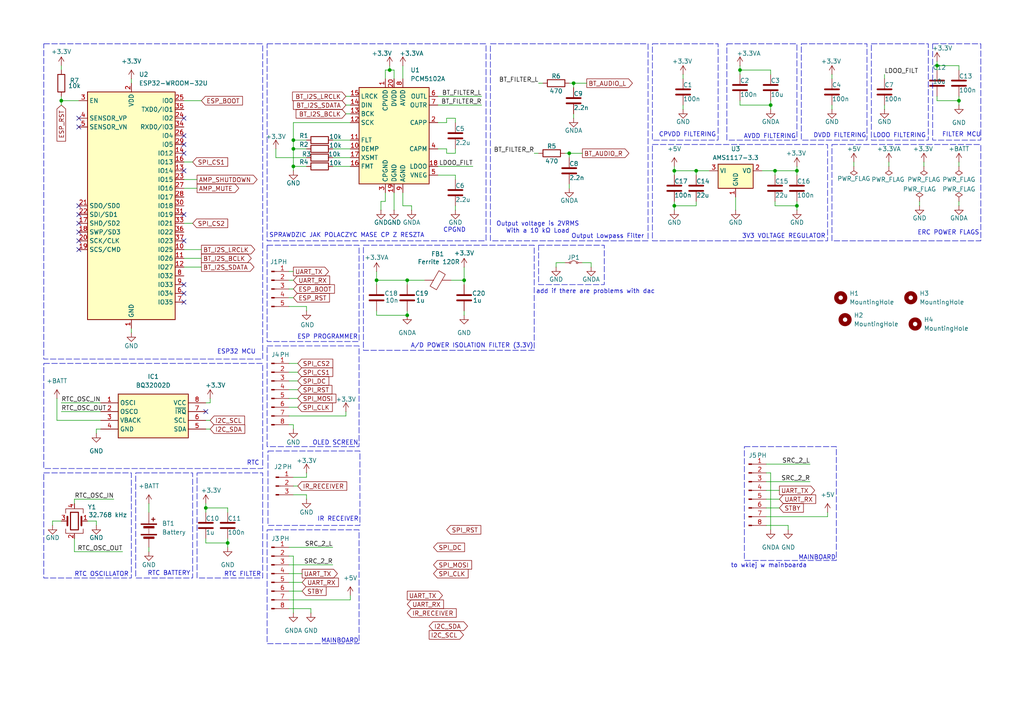
<source format=kicad_sch>
(kicad_sch (version 20231120) (generator "eeschema") (generator_version "8.0")
  (paper "A4")
  (junction (at 85.09 40.64))
  (junction (at 271.78 19.05))
  (junction (at 195.58 59.69))
  (junction (at 231.14 49.53))
  (junction (at 66.04 157.48))
  (junction (at 201.93 49.53))
  (junction (at 278.13 29.21))
  (junction (at 59.69 147.32))
  (junction (at 85.09 43.18))
  (junction (at 109.22 81.28))
  (junction (at 166.37 24.13))
  (junction (at 118.11 81.28))
  (junction (at 223.52 30.48))
  (junction (at 165.1 44.45))
  (junction (at 134.62 81.28))
  (junction (at 231.14 59.69))
  (junction (at 17.78 29.21))
  (junction (at 214.63 20.32))
  (junction (at 118.11 91.44))
  (junction (at 113.03 20.32))
  (junction (at 195.58 49.53))
  (junction (at 224.79 49.53))
  (junction (at 85.09 48.26))
  (no_connect (at 53.34 34.29))
  (no_connect (at 53.34 39.37))
  (no_connect (at 22.86 72.39))
  (no_connect (at 22.86 62.23))
  (no_connect (at 22.86 64.77))
  (no_connect (at 53.34 41.91))
  (no_connect (at 53.34 82.55))
  (no_connect (at 53.34 44.45))
  (no_connect (at 22.86 36.83))
  (no_connect (at 22.86 59.69))
  (no_connect (at 53.34 62.23))
  (no_connect (at 22.86 34.29))
  (no_connect (at 22.86 67.31))
  (no_connect (at 53.34 69.85))
  (no_connect (at 53.34 49.53))
  (no_connect (at 53.34 85.09))
  (no_connect (at 59.69 119.38))
  (no_connect (at 22.86 69.85))
  (no_connect (at 53.34 87.63))
  (wire (pts (xy 27.94 124.46) (xy 27.94 125.73)))
  (wire (pts (xy 195.58 49.53) (xy 201.93 49.53)))
  (wire (pts (xy 195.58 49.53) (xy 195.58 48.26)))
  (wire (pts (xy 278.13 19.05) (xy 278.13 20.32)))
  (wire (pts (xy 100.33 30.48) (xy 101.6 30.48)))
  (wire (pts (xy 134.62 90.17) (xy 134.62 91.44)))
  (wire (pts (xy 214.63 20.32) (xy 223.52 20.32)))
  (wire (pts (xy 241.3 30.48) (xy 241.3 31.75)))
  (wire (pts (xy 85.09 124.46) (xy 85.09 123.19)))
  (wire (pts (xy 88.9 144.78) (xy 88.9 143.51)))
  (wire (pts (xy 17.78 151.13) (xy 15.24 151.13)))
  (wire (pts (xy 21.59 144.78) (xy 21.59 146.05)))
  (wire (pts (xy 33.02 144.78) (xy 21.59 144.78)))
  (wire (pts (xy 59.69 146.05) (xy 59.69 147.32)))
  (wire (pts (xy 111.76 20.32) (xy 113.03 20.32)))
  (wire (pts (xy 224.79 58.42) (xy 224.79 59.69)))
  (wire (pts (xy 16.51 121.92) (xy 16.51 115.57)))
  (wire (pts (xy 83.82 161.29) (xy 85.09 161.29)))
  (wire (pts (xy 278.13 58.42) (xy 278.13 59.69)))
  (wire (pts (xy 205.74 49.53) (xy 201.93 49.53)))
  (wire (pts (xy 267.97 46.99) (xy 267.97 48.26)))
  (wire (pts (xy 161.29 76.2) (xy 161.29 77.47)))
  (wire (pts (xy 21.59 160.02) (xy 21.59 156.21)))
  (wire (pts (xy 83.82 105.41) (xy 86.36 105.41)))
  (wire (pts (xy 129.54 44.45) (xy 132.08 44.45)))
  (wire (pts (xy 127 48.26) (xy 137.16 48.26)))
  (wire (pts (xy 100.33 33.02) (xy 101.6 33.02)))
  (wire (pts (xy 231.14 60.96) (xy 231.14 59.69)))
  (wire (pts (xy 17.78 30.48) (xy 17.78 29.21)))
  (wire (pts (xy 168.91 76.2) (xy 171.45 76.2)))
  (wire (pts (xy 231.14 58.42) (xy 231.14 59.69)))
  (wire (pts (xy 60.96 115.57) (xy 60.96 116.84)))
  (wire (pts (xy 271.78 17.78) (xy 271.78 19.05)))
  (wire (pts (xy 83.82 176.53) (xy 90.17 176.53)))
  (wire (pts (xy 222.25 149.86) (xy 240.03 149.86)))
  (wire (pts (xy 59.69 116.84) (xy 60.96 116.84)))
  (wire (pts (xy 127 50.8) (xy 132.08 50.8)))
  (wire (pts (xy 132.08 34.29) (xy 129.54 34.29)))
  (wire (pts (xy 85.09 177.8) (xy 85.09 161.29)))
  (wire (pts (xy 161.29 76.2) (xy 163.83 76.2)))
  (wire (pts (xy 83.82 173.99) (xy 101.6 173.99)))
  (wire (pts (xy 96.52 45.72) (xy 101.6 45.72)))
  (wire (pts (xy 60.96 121.92) (xy 59.69 121.92)))
  (wire (pts (xy 198.12 21.59) (xy 198.12 22.86)))
  (wire (pts (xy 195.58 60.96) (xy 195.58 59.69)))
  (wire (pts (xy 15.24 151.13) (xy 15.24 152.4)))
  (wire (pts (xy 231.14 48.26) (xy 231.14 49.53)))
  (wire (pts (xy 96.52 48.26) (xy 101.6 48.26)))
  (wire (pts (xy 118.11 81.28) (xy 123.19 81.28)))
  (wire (pts (xy 132.08 59.69) (xy 132.08 60.96)))
  (wire (pts (xy 57.15 52.07) (xy 53.34 52.07)))
  (wire (pts (xy 278.13 46.99) (xy 278.13 48.26)))
  (wire (pts (xy 165.1 44.45) (xy 163.83 44.45)))
  (wire (pts (xy 111.76 22.86) (xy 111.76 20.32)))
  (wire (pts (xy 113.03 20.32) (xy 114.3 20.32)))
  (wire (pts (xy 25.4 151.13) (xy 27.94 151.13)))
  (wire (pts (xy 114.3 55.88) (xy 114.3 60.96)))
  (wire (pts (xy 222.25 147.32) (xy 226.06 147.32)))
  (wire (pts (xy 132.08 35.56) (xy 132.08 34.29)))
  (wire (pts (xy 85.09 81.28) (xy 83.82 81.28)))
  (wire (pts (xy 83.82 123.19) (xy 85.09 123.19)))
  (wire (pts (xy 109.22 82.55) (xy 109.22 81.28)))
  (wire (pts (xy 101.6 35.56) (xy 85.09 35.56)))
  (wire (pts (xy 256.54 22.86) (xy 256.54 21.59)))
  (wire (pts (xy 266.7 58.42) (xy 266.7 59.69)))
  (wire (pts (xy 83.82 158.75) (xy 96.52 158.75)))
  (wire (pts (xy 224.79 49.53) (xy 220.98 49.53)))
  (wire (pts (xy 130.81 81.28) (xy 134.62 81.28)))
  (wire (pts (xy 118.11 90.17) (xy 118.11 91.44)))
  (wire (pts (xy 83.82 107.95) (xy 86.36 107.95)))
  (wire (pts (xy 85.09 48.26) (xy 88.9 48.26)))
  (wire (pts (xy 59.69 157.48) (xy 59.69 156.21)))
  (wire (pts (xy 132.08 43.18) (xy 132.08 44.45)))
  (wire (pts (xy 88.9 45.72) (xy 80.01 45.72)))
  (wire (pts (xy 222.25 134.62) (xy 234.95 134.62)))
  (wire (pts (xy 271.78 29.21) (xy 271.78 27.94)))
  (wire (pts (xy 127 27.94) (xy 139.7 27.94)))
  (wire (pts (xy 85.09 43.18) (xy 85.09 48.26)))
  (wire (pts (xy 59.69 157.48) (xy 66.04 157.48)))
  (wire (pts (xy 66.04 156.21) (xy 66.04 157.48)))
  (wire (pts (xy 85.09 40.64) (xy 85.09 43.18)))
  (wire (pts (xy 166.37 24.13) (xy 165.1 24.13)))
  (wire (pts (xy 166.37 24.13) (xy 170.18 24.13)))
  (wire (pts (xy 101.6 173.99) (xy 101.6 172.72)))
  (wire (pts (xy 201.93 58.42) (xy 201.93 59.69)))
  (wire (pts (xy 85.09 35.56) (xy 85.09 40.64)))
  (wire (pts (xy 114.3 20.32) (xy 114.3 22.86)))
  (wire (pts (xy 214.63 29.21) (xy 214.63 30.48)))
  (wire (pts (xy 222.25 139.7) (xy 234.95 139.7)))
  (wire (pts (xy 96.52 40.64) (xy 101.6 40.64)))
  (wire (pts (xy 247.65 46.99) (xy 247.65 48.26)))
  (wire (pts (xy 278.13 29.21) (xy 278.13 30.48)))
  (wire (pts (xy 96.52 43.18) (xy 101.6 43.18)))
  (wire (pts (xy 222.25 137.16) (xy 223.52 137.16)))
  (wire (pts (xy 83.82 171.45) (xy 87.63 171.45)))
  (wire (pts (xy 240.03 149.86) (xy 240.03 148.59)))
  (wire (pts (xy 213.36 57.15) (xy 213.36 60.96)))
  (wire (pts (xy 165.1 45.72) (xy 165.1 44.45)))
  (wire (pts (xy 100.33 120.65) (xy 83.82 120.65)))
  (wire (pts (xy 222.25 142.24) (xy 226.06 142.24)))
  (wire (pts (xy 88.9 43.18) (xy 85.09 43.18)))
  (wire (pts (xy 223.52 31.75) (xy 223.52 30.48)))
  (wire (pts (xy 85.09 143.51) (xy 88.9 143.51)))
  (wire (pts (xy 59.69 147.32) (xy 59.69 148.59)))
  (wire (pts (xy 109.22 90.17) (xy 109.22 91.44)))
  (wire (pts (xy 83.82 118.11) (xy 86.36 118.11)))
  (wire (pts (xy 166.37 33.02) (xy 166.37 34.29)))
  (wire (pts (xy 88.9 138.43) (xy 85.09 138.43)))
  (wire (pts (xy 116.84 59.69) (xy 116.84 55.88)))
  (wire (pts (xy 165.1 53.34) (xy 165.1 54.61)))
  (wire (pts (xy 55.88 64.77) (xy 53.34 64.77)))
  (wire (pts (xy 201.93 49.53) (xy 201.93 50.8)))
  (wire (pts (xy 134.62 77.47) (xy 134.62 81.28)))
  (wire (pts (xy 17.78 116.84) (xy 29.21 116.84)))
  (wire (pts (xy 119.38 59.69) (xy 119.38 60.96)))
  (wire (pts (xy 17.78 29.21) (xy 17.78 27.94)))
  (wire (pts (xy 195.58 58.42) (xy 195.58 59.69)))
  (wire (pts (xy 83.82 115.57) (xy 86.36 115.57)))
  (wire (pts (xy 29.21 121.92) (xy 16.51 121.92)))
  (wire (pts (xy 165.1 44.45) (xy 168.91 44.45)))
  (wire (pts (xy 90.17 176.53) (xy 90.17 177.8)))
  (wire (pts (xy 271.78 19.05) (xy 271.78 20.32)))
  (wire (pts (xy 110.49 58.42) (xy 110.49 60.96)))
  (wire (pts (xy 110.49 58.42) (xy 111.76 58.42)))
  (wire (pts (xy 278.13 19.05) (xy 271.78 19.05)))
  (wire (pts (xy 29.21 124.46) (xy 27.94 124.46)))
  (wire (pts (xy 127 35.56) (xy 129.54 35.56)))
  (wire (pts (xy 66.04 147.32) (xy 66.04 148.59)))
  (wire (pts (xy 129.54 34.29) (xy 129.54 35.56)))
  (wire (pts (xy 231.14 59.69) (xy 224.79 59.69)))
  (wire (pts (xy 35.56 160.02) (xy 21.59 160.02)))
  (wire (pts (xy 60.96 124.46) (xy 59.69 124.46)))
  (wire (pts (xy 134.62 81.28) (xy 134.62 82.55)))
  (wire (pts (xy 58.42 29.21) (xy 53.34 29.21)))
  (wire (pts (xy 171.45 76.2) (xy 171.45 77.47)))
  (wire (pts (xy 66.04 158.75) (xy 66.04 157.48)))
  (wire (pts (xy 109.22 78.74) (xy 109.22 81.28)))
  (wire (pts (xy 129.54 44.45) (xy 129.54 43.18)))
  (wire (pts (xy 195.58 49.53) (xy 195.58 50.8)))
  (wire (pts (xy 109.22 81.28) (xy 118.11 81.28)))
  (wire (pts (xy 231.14 50.8) (xy 231.14 49.53)))
  (wire (pts (xy 53.34 46.99) (xy 55.88 46.99)))
  (wire (pts (xy 111.76 58.42) (xy 111.76 55.88)))
  (wire (pts (xy 83.82 163.83) (xy 96.52 163.83)))
  (wire (pts (xy 132.08 52.07) (xy 132.08 50.8)))
  (wire (pts (xy 100.33 27.94) (xy 101.6 27.94)))
  (wire (pts (xy 278.13 29.21) (xy 278.13 27.94)))
  (wire (pts (xy 88.9 137.16) (xy 88.9 138.43)))
  (wire (pts (xy 214.63 19.05) (xy 214.63 20.32)))
  (wire (pts (xy 85.09 78.74) (xy 83.82 78.74)))
  (wire (pts (xy 80.01 43.18) (xy 80.01 45.72)))
  (wire (pts (xy 166.37 25.4) (xy 166.37 24.13)))
  (wire (pts (xy 83.82 110.49) (xy 86.36 110.49)))
  (wire (pts (xy 58.42 72.39) (xy 53.34 72.39)))
  (wire (pts (xy 228.6 152.4) (xy 228.6 153.67)))
  (wire (pts (xy 66.04 147.32) (xy 59.69 147.32)))
  (wire (pts (xy 198.12 30.48) (xy 198.12 31.75)))
  (wire (pts (xy 118.11 81.28) (xy 118.11 82.55)))
  (wire (pts (xy 85.09 48.26) (xy 85.09 49.53)))
  (wire (pts (xy 17.78 19.05) (xy 17.78 20.32)))
  (wire (pts (xy 113.03 19.05) (xy 113.03 20.32)))
  (wire (pts (xy 58.42 74.93) (xy 53.34 74.93)))
  (wire (pts (xy 271.78 29.21) (xy 278.13 29.21)))
  (wire (pts (xy 195.58 59.69) (xy 201.93 59.69)))
  (wire (pts (xy 83.82 113.03) (xy 86.36 113.03)))
  (wire (pts (xy 17.78 29.21) (xy 22.86 29.21)))
  (wire (pts (xy 224.79 49.53) (xy 224.79 50.8)))
  (wire (pts (xy 222.25 152.4) (xy 228.6 152.4)))
  (wire (pts (xy 38.1 95.25) (xy 38.1 96.52)))
  (wire (pts (xy 223.52 21.59) (xy 223.52 20.32)))
  (wire (pts (xy 223.52 30.48) (xy 214.63 30.48)))
  (wire (pts (xy 127 43.18) (xy 129.54 43.18)))
  (wire (pts (xy 43.18 158.75) (xy 43.18 160.02)))
  (wire (pts (xy 17.78 119.38) (xy 29.21 119.38)))
  (wire (pts (xy 109.22 91.44) (xy 118.11 91.44)))
  (wire (pts (xy 38.1 22.86) (xy 38.1 24.13)))
  (wire (pts (xy 83.82 166.37) (xy 87.63 166.37)))
  (wire (pts (xy 257.81 46.99) (xy 257.81 48.26)))
  (wire (pts (xy 88.9 90.17) (xy 88.9 88.9)))
  (wire (pts (xy 154.94 44.45) (xy 156.21 44.45)))
  (wire (pts (xy 57.15 54.61) (xy 53.34 54.61)))
  (wire (pts (xy 156.21 24.13) (xy 157.48 24.13)))
  (wire (pts (xy 27.94 151.13) (xy 27.94 152.4)))
  (wire (pts (xy 58.42 77.47) (xy 53.34 77.47)))
  (wire (pts (xy 88.9 88.9) (xy 83.82 88.9)))
  (wire (pts (xy 241.3 21.59) (xy 241.3 22.86)))
  (wire (pts (xy 85.09 86.36) (xy 83.82 86.36)))
  (wire (pts (xy 127 30.48) (xy 139.7 30.48)))
  (wire (pts (xy 88.9 40.64) (xy 85.09 40.64)))
  (wire (pts (xy 100.33 119.38) (xy 100.33 120.65)))
  (wire (pts (xy 214.63 20.32) (xy 214.63 21.59)))
  (wire (pts (xy 119.38 59.69) (xy 116.84 59.69)))
  (wire (pts (xy 85.09 83.82) (xy 83.82 83.82)))
  (wire (pts (xy 43.18 146.05) (xy 43.18 148.59)))
  (wire (pts (xy 256.54 30.48) (xy 256.54 31.75)))
  (wire (pts (xy 222.25 144.78) (xy 226.06 144.78)))
  (wire (pts (xy 83.82 168.91) (xy 87.63 168.91)))
  (wire (pts (xy 116.84 19.05) (xy 116.84 22.86)))
  (wire (pts (xy 85.09 140.97) (xy 86.36 140.97)))
  (wire (pts (xy 224.79 49.53) (xy 231.14 49.53)))
  (wire (pts (xy 223.52 153.67) (xy 223.52 137.16)))
  (wire (pts (xy 223.52 29.21) (xy 223.52 30.48)))
  (rectangle (start 12.7 12.7) (end 76.2 104.14) (stroke (width 0) (type dash)))
  (rectangle (start 12.7 105.41) (end 76.2 135.89) (stroke (width 0) (type dash)))
  (rectangle (start 232.41 12.7) (end 251.46 40.64) (stroke (width 0) (type dash)))
  (rectangle (start 77.47 71.12) (end 104.14 99.06) (stroke (width 0) (type dash)))
  (rectangle (start 270.51 12.7) (end 284.48 40.64) (stroke (width 0) (type dash)))
  (rectangle (start 39.37 137.16) (end 55.88 167.64) (stroke (width 0) (type dash)))
  (rectangle (start 12.7 137.16) (end 38.1 167.64) (stroke (width 0) (type dash)))
  (rectangle (start 142.24 12.7) (end 187.96 69.85) (stroke (width 0) (type dash)))
  (rectangle (start 105.41 71.12) (end 154.94 101.6) (stroke (width 0) (type dash)))
  (rectangle (start 252.73 12.7) (end 269.24 40.64) (stroke (width 0) (type dash)))
  (rectangle (start 189.23 12.7) (end 208.28 40.64) (stroke (width 0) (type dash)))
  (rectangle (start 77.47 100.33) (end 104.14 129.54) (stroke (width 0) (type dash)))
  (rectangle (start 189.23 41.91) (end 240.03 69.85) (stroke (width 0) (type dash)))
  (rectangle (start 77.47 153.67) (end 104.14 186.69) (stroke (width 0) (type dash)))
  (rectangle (start 77.47 12.7) (end 140.97 69.85) (stroke (width 0) (type dash)))
  (rectangle (start 57.15 137.16) (end 76.2 167.64) (stroke (width 0) (type dash)))
  (rectangle (start 156.21 71.12) (end 175.26 82.55) (stroke (width 0) (type dash)))
  (rectangle (start 77.724 130.81) (end 104.394 152.4) (stroke (width 0) (type dash)))
  (rectangle (start 210.82 12.7) (end 231.14 40.64) (stroke (width 0) (type dash)))
  (rectangle (start 215.9 129.54) (end 242.57 162.56) (stroke (width 0) (type dash)))
  (rectangle (start 241.3 41.91) (end 284.48 69.85) (stroke (width 0) (type dash)))
  (text "ESP32 MCU\n" (at 68.58 102.108 0) (effects (font (size 1.27 1.27))))
  (text "ERC POWER FLAGS" (at 275.082 67.564 0) (effects (font (size 1.27 1.27))))
  (text "RTC FILTER" (at 70.358 166.624 0) (effects (font (size 1.27 1.27))))
  (text "AVDD FILTERING\n" (at 223.266 39.624 0) (effects (font (size 1.27 1.27))))
  (text "ESP PROGRAMMER" (at 94.996 97.79 0) (effects (font (size 1.27 1.27))))
  (text "MAINBOARD" (at 98.552 185.928 0) (effects (font (size 1.27 1.27))))
  (text "FILTER MCU" (at 278.892 39.116 0) (effects (font (size 1.27 1.27))))
  (text "Output voltage is 2VRMS\nWith a 10 kΩ Load" (at 155.956 66.04 0) (effects (font (size 1.27 1.27))))
  (text "to wklej w mainboarda" (at 223.012 164.084 0) (effects (font (size 1.27 1.27))))
  (text "RTC OSCILLATOR\n" (at 29.464 166.624 0) (effects (font (size 1.27 1.27))))
  (text "MAINBOARD" (at 236.982 161.798 0) (effects (font (size 1.27 1.27))))
  (text "3V3 VOLTAGE REGULATOR" (at 227.33 68.58 0) (effects (font (size 1.27 1.27))))
  (text "RTC BATTERY" (at 49.022 166.37 0) (effects (font (size 1.27 1.27))))
  (text "RTC" (at 73.406 134.366 0) (effects (font (size 1.27 1.27))))
  (text "CPGND" (at 131.826 66.802 0) (effects (font (size 1.27 1.27))))
  (text "\nadd if there are problems with dac" (at 172.72 83.566 0) (effects (font (size 1.27 1.27))))
  (text "OLED SCREEN" (at 97.282 128.524 0) (effects (font (size 1.27 1.27))))
  (text "IR RECEIVER" (at 98.044 150.622 0) (effects (font (size 1.27 1.27))))
  (text "Output Lowpass Filter" (at 176.276 68.58 0) (effects (font (size 1.27 1.27))))
  (text "CPVDD FILTERING\n" (at 199.39 39.116 0) (effects (font (size 1.27 1.27))))
  (text "LDOO FILTERING\n" (at 260.858 39.37 0) (effects (font (size 1.27 1.27))))
  (text "SPRAWDZIC JAK POLACZYC MASE CP Z RESZTA" (at 100.584 68.326 0) (effects (font (size 1.27 1.27))))
  (text "DVDD FILTERING\n" (at 243.586 39.37 0) (effects (font (size 1.27 1.27))))
  (text "A/D POWER ISOLATION FILTER (3.3V)" (at 136.906 100.33 0) (effects (font (size 1.27 1.27))))
  (label "RTC_OSC_OUT" (at 17.78 119.38 0))
  (label "BT_FILTER_R" (at 154.94 44.45 180))
  (label "SRC_2_L" (at 234.95 134.62 180))
  (label "RTC_OSC_IN" (at 17.78 116.84 0))
  (label "BT_FILTER_L" (at 156.21 24.13 180))
  (label "LDOO_FILT" (at 256.54 21.59 0))
  (label "SRC_2_R" (at 234.95 139.7 180))
  (label "BT_FILTER_L" (at 139.7 27.94 180))
  (label "LDOO_FILT" (at 137.16 48.26 180))
  (label "SRC_2_R" (at 96.52 163.83 180))
  (label "RTC_OSC_IN" (at 33.02 144.78 180))
  (label "RTC_OSC_OUT" (at 35.56 160.02 180))
  (label "SRC_2_L" (at 96.52 158.75 180))
  (label "BT_FILTER_R" (at 139.7 30.48 180))
  (global_label "BT_I2S_LRCLK" (shape input) (at 100.33 27.94 180) (property "Intersheetrefs" "${INTERSHEET_REFS}" (effects (hide yes))))
  (global_label "I2C_SCL" (shape output) (at 124.46 184.15 0) (property "Intersheetrefs" "${INTERSHEET_REFS}" (effects (hide yes))))
  (global_label "BT_I2S_SDATA" (shape input) (at 100.33 30.48 180) (property "Intersheetrefs" "${INTERSHEET_REFS}" (effects (hide yes))))
  (global_label "SPI_MOSI" (shape input) (at 125.73 163.83 0) (property "Intersheetrefs" "${INTERSHEET_REFS}" (effects (hide yes))))
  (global_label "UART_RX" (shape input) (at 87.63 168.91 0) (property "Intersheetrefs" "${INTERSHEET_REFS}" (effects (hide yes))))
  (global_label "STBY" (shape input) (at 226.06 147.32 0) (property "Intersheetrefs" "${INTERSHEET_REFS}" (effects (hide yes))))
  (global_label "BT_AUDIO_R" (shape output) (at 168.91 44.45 0) (property "Intersheetrefs" "${INTERSHEET_REFS}" (effects (hide yes))))
  (global_label "UART_TX" (shape output) (at 118.11 172.72 0) (property "Intersheetrefs" "${INTERSHEET_REFS}" (effects (hide yes))))
  (global_label "BT_I2S_LRCLK" (shape output) (at 58.42 72.39 0) (property "Intersheetrefs" "${INTERSHEET_REFS}" (effects (hide yes))))
  (global_label "BT_I2S_SDATA" (shape output) (at 58.42 77.47 0) (property "Intersheetrefs" "${INTERSHEET_REFS}" (effects (hide yes))))
  (global_label "SPI_CS2" (shape input) (at 55.88 64.77 0) (property "Intersheetrefs" "${INTERSHEET_REFS}" (effects (hide yes))))
  (global_label "SPI_CLK" (shape input) (at 86.36 118.11 0) (property "Intersheetrefs" "${INTERSHEET_REFS}" (effects (hide yes))))
  (global_label "SPI_DC" (shape input) (at 86.36 110.49 0) (property "Intersheetrefs" "${INTERSHEET_REFS}" (effects (hide yes))))
  (global_label "IR_RECEIVER" (shape input) (at 86.36 140.97 0) (property "Intersheetrefs" "${INTERSHEET_REFS}" (effects (hide yes))))
  (global_label "BT_I2S_BCLK" (shape input) (at 100.33 33.02 180) (property "Intersheetrefs" "${INTERSHEET_REFS}" (effects (hide yes))))
  (global_label "ESP_RST" (shape input) (at 85.09 86.36 0) (property "Intersheetrefs" "${INTERSHEET_REFS}" (effects (hide yes))))
  (global_label "AMP_SHUTDOWN" (shape output) (at 57.15 52.07 0) (property "Intersheetrefs" "${INTERSHEET_REFS}" (effects (hide yes))))
  (global_label "ESP_BOOT" (shape input) (at 85.09 83.82 0) (property "Intersheetrefs" "${INTERSHEET_REFS}" (effects (hide yes))))
  (global_label "SPI_CS2" (shape input) (at 86.36 105.41 0) (property "Intersheetrefs" "${INTERSHEET_REFS}" (effects (hide yes))))
  (global_label "STBY" (shape input) (at 87.63 171.45 0) (property "Intersheetrefs" "${INTERSHEET_REFS}" (effects (hide yes))))
  (global_label "BT_AUDIO_L" (shape output) (at 170.18 24.13 0) (property "Intersheetrefs" "${INTERSHEET_REFS}" (effects (hide yes))))
  (global_label "SPI_CLK" (shape input) (at 125.73 166.37 0) (property "Intersheetrefs" "${INTERSHEET_REFS}" (effects (hide yes))))
  (global_label "UART_RX" (shape input) (at 226.06 144.78 0) (property "Intersheetrefs" "${INTERSHEET_REFS}" (effects (hide yes))))
  (global_label "IR_RECEIVER" (shape input) (at 118.11 177.8 0) (property "Intersheetrefs" "${INTERSHEET_REFS}" (effects (hide yes))))
  (global_label "UART_TX" (shape output) (at 85.09 78.74 0) (property "Intersheetrefs" "${INTERSHEET_REFS}" (effects (hide yes))))
  (global_label "UART_TX" (shape output) (at 87.63 166.37 0) (property "Intersheetrefs" "${INTERSHEET_REFS}" (effects (hide yes))))
  (global_label "SPI_DC" (shape input) (at 125.73 158.75 0) (property "Intersheetrefs" "${INTERSHEET_REFS}" (effects (hide yes))))
  (global_label "I2C_SCL" (shape input) (at 60.96 121.92 0) (property "Intersheetrefs" "${INTERSHEET_REFS}" (effects (hide yes))))
  (global_label "SPI_RST" (shape input) (at 86.36 113.03 0) (property "Intersheetrefs" "${INTERSHEET_REFS}" (effects (hide yes))))
  (global_label "SPI_MOSI" (shape input) (at 86.36 115.57 0) (property "Intersheetrefs" "${INTERSHEET_REFS}" (effects (hide yes))))
  (global_label "UART_RX" (shape input) (at 118.11 175.26 0) (property "Intersheetrefs" "${INTERSHEET_REFS}" (effects (hide yes))))
  (global_label "BT_I2S_BCLK" (shape output) (at 58.42 74.93 0) (property "Intersheetrefs" "${INTERSHEET_REFS}" (effects (hide yes))))
  (global_label "ESP_BOOT" (shape input) (at 58.42 29.21 0) (property "Intersheetrefs" "${INTERSHEET_REFS}" (effects (hide yes))))
  (global_label "SPI_CS1" (shape input) (at 86.36 107.95 0) (property "Intersheetrefs" "${INTERSHEET_REFS}" (effects (hide yes))))
  (global_label "UART_RX" (shape input) (at 85.09 81.28 0) (property "Intersheetrefs" "${INTERSHEET_REFS}" (effects (hide yes))))
  (global_label "AMP_MUTE" (shape output) (at 57.15 54.61 0) (property "Intersheetrefs" "${INTERSHEET_REFS}" (effects (hide yes))))
  (global_label "ESP_RST" (shape input) (at 17.78 30.48 270) (property "Intersheetrefs" "${INTERSHEET_REFS}" (effects (hide yes))))
  (global_label "UART_TX" (shape output) (at 226.06 142.24 0) (property "Intersheetrefs" "${INTERSHEET_REFS}" (effects (hide yes))))
  (global_label "SPI_RST" (shape input) (at 129.54 153.67 0) (property "Intersheetrefs" "${INTERSHEET_REFS}" (effects (hide yes))))
  (global_label "I2C_SDA" (shape bidirectional) (at 124.46 181.61 0) (property "Intersheetrefs" "${INTERSHEET_REFS}" (effects (hide yes))))
  (global_label "I2C_SDA" (shape input) (at 60.96 124.46 0) (property "Intersheetrefs" "${INTERSHEET_REFS}" (effects (hide yes))))
  (global_label "SPI_CS1" (shape input) (at 55.88 46.99 0) (property "Intersheetrefs" "${INTERSHEET_REFS}" (effects (hide yes))))
  (symbol (lib_id "Mechanical:MountingHole") (at 265.43 93.98 0) (unit 1) (exclude_from_sim yes) (in_bom no)
    (property "Reference" "H4" (at 267.97 92.7099 0) (effects (justify left)))
    (property "Value" "MountingHole" (at 267.97 95.2499 0) (effects (justify left)))
    (property "Footprint" "MountingHole:MountingHole_3.2mm_M3" (effects (hide yes)))
    (property "Description" "Mounting Hole without connection" (effects (hide yes)))
  )
  (symbol (lib_id "power:+3.3VA") (at 116.84 19.05 0) (unit 1)
    (property "Reference" "#PWR010" (effects (hide yes)))
    (property "Value" "+3.3VA" (at 119.38 15.494 0))
    (property "Description" "Power symbol creates a global label with name \"+3.3VA\"" (effects (hide yes)))
  )
  (symbol (lib_id "power:GND") (at 198.12 31.75 0) (unit 1)
    (property "Reference" "#PWR04" (effects (hide yes)))
    (property "Value" "GND" (at 196.088 35.306 0) (effects (justify left)))
    (property "Description" "Power symbol creates a global label with name \"GND\" , ground" (effects (hide yes)))
  )
  (symbol (lib_id "power:GND") (at 134.62 91.44 0) (unit 1)
    (property "Reference" "#PWR059" (effects (hide yes)))
    (property "Value" "GND" (at 134.62 96.52 0))
    (property "Description" "Power symbol creates a global label with name \"GND\" , ground" (effects (hide yes)))
  )
  (symbol (lib_id "Connector:Conn_01x08_Pin") (at 78.74 113.03 0) (unit 1)
    (property "Reference" "J4" (at 79.883 102.87 0))
    (property "Value" "PH" (at 82.55 102.87 0))
    (property "Footprint" "Connector_JST:JST_PH_B8B-PH-K_1x08_P2.00mm_Vertical" (effects (hide yes)))
    (property "Description" "Generic connector, single row, 01x08, script generated" (effects (hide yes)))
  )
  (symbol (lib_id "Device:C") (at 165.1 49.53 0) (unit 1)
    (property "Reference" "C8" (at 165.1 47.498 0) (effects (justify left)))
    (property "Value" "2.2n" (at 165.1 51.562 0) (effects (justify left)))
    (property "Footprint" "Capacitor_SMD:C_0603_1608Metric_Pad1.08x0.95mm_HandSolder" (effects (hide yes)))
    (property "Description" "Unpolarized capacitor" (effects (hide yes)))
  )
  (symbol (lib_id "power:+3.3V") (at 88.9 137.16 0) (unit 1)
    (property "Reference" "#PWR034" (effects (hide yes)))
    (property "Value" "+3.3V" (at 88.9 133.604 0))
    (property "Description" "Power symbol creates a global label with name \"+3.3V\"" (effects (hide yes)))
  )
  (symbol (lib_id "power:GNDA") (at 85.09 177.8 0) (unit 1)
    (property "Reference" "#PWR035" (effects (hide yes)))
    (property "Value" "GNDA" (at 85.09 182.88 0))
    (property "Description" "Power symbol creates a global label with name \"GNDA\" , analog ground" (effects (hide yes)))
  )
  (symbol (lib_id "power:GNDA") (at 118.11 91.44 0) (unit 1)
    (property "Reference" "#PWR057" (effects (hide yes)))
    (property "Value" "GNDA" (at 118.11 96.52 0))
    (property "Description" "Power symbol creates a global label with name \"GNDA\" , analog ground" (effects (hide yes)))
  )
  (symbol (lib_id "power:+BATT") (at 43.18 146.05 0) (unit 1)
    (property "Reference" "#PWR022" (effects (hide yes)))
    (property "Value" "+BATT" (at 43.18 140.97 0))
    (property "Description" "Power symbol creates a global label with name \"+BATT\"" (effects (hide yes)))
  )
  (symbol (lib_id "Device:C") (at 241.3 26.67 0) (unit 1)
    (property "Reference" "C4" (at 241.3 24.638 0) (effects (justify left)))
    (property "Value" "100n" (at 241.3 28.702 0) (effects (justify left)))
    (property "Footprint" "Capacitor_SMD:C_0603_1608Metric_Pad1.08x0.95mm_HandSolder" (effects (hide yes)))
    (property "Description" "Unpolarized capacitor" (effects (hide yes)))
  )
  (symbol (lib_id "Jumper:Jumper_2_Small_Bridged") (at 166.37 76.2 0) (unit 1) (exclude_from_sim yes)
    (property "Reference" "JP1" (at 166.37 74.676 0))
    (property "Value" "Jumper_2_Small_Bridged" (effects (hide yes)))
    (property "Footprint" "Resistor_SMD:R_1210_3225Metric_Pad1.30x2.65mm_HandSolder" (effects (hide yes)))
    (property "Description" "Jumper, 2-pole, small symbol, bridged" (effects (hide yes)))
  )
  (symbol (lib_id "Device:C") (at 132.08 55.88 0) (unit 1)
    (property "Reference" "C6" (at 132.08 53.848 0) (effects (justify left)))
    (property "Value" "2.2u" (at 132.08 57.912 0) (effects (justify left)))
    (property "Footprint" "Capacitor_SMD:C_0603_1608Metric_Pad1.08x0.95mm_HandSolder" (effects (hide yes)))
    (property "Description" "Unpolarized capacitor" (effects (hide yes)))
  )
  (symbol (lib_id "power:GND") (at 88.9 144.78 0) (unit 1)
    (property "Reference" "#PWR033" (effects (hide yes)))
    (property "Value" "GND" (at 88.9 148.59 0))
    (property "Description" "Power symbol creates a global label with name \"GND\" , ground" (effects (hide yes)))
  )
  (symbol (lib_id "Device:C") (at 271.78 24.13 0) (unit 1)
    (property "Reference" "C12" (at 270.51 19.558 0) (effects (justify left)))
    (property "Value" "10u" (at 270.51 23.622 0) (effects (justify left)))
    (property "Footprint" "Capacitor_SMD:C_0603_1608Metric_Pad1.08x0.95mm_HandSolder" (effects (hide yes)))
    (property "Description" "Unpolarized capacitor" (effects (hide yes)))
  )
  (symbol (lib_id "power:GND") (at 114.3 60.96 0) (unit 1)
    (property "Reference" "#PWR09" (effects (hide yes)))
    (property "Value" "GND" (at 112.268 64.516 0) (effects (justify left)))
    (property "Description" "Power symbol creates a global label with name \"GND\" , ground" (effects (hide yes)))
  )
  (symbol (lib_id "power:+3.3V") (at 60.96 115.57 0) (unit 1)
    (property "Reference" "#PWR025" (effects (hide yes)))
    (property "Value" "+3.3V" (at 62.484 111.76 0))
    (property "Description" "Power symbol creates a global label with name \"+3.3V\"" (effects (hide yes)))
  )
  (symbol (lib_id "RF_Module:ESP32-WROOM-32U") (at 38.1 59.69 0) (unit 1)
    (property "Reference" "U2" (at 40.2941 21.59 0) (effects (justify left)))
    (property "Value" "ESP32-WROOM-32U" (at 40.2941 24.13 0) (effects (justify left)))
    (property "Footprint" "RF_Module:ESP32-WROOM-32U" (effects (hide yes)))
    (property "Datasheet" "https://www.espressif.com/sites/default/files/documentation/esp32-wroom-32d_esp32-wroom-32u_datasheet_en.pdf" (effects (hide yes)))
    (property "Description" "RF Module, ESP32-D0WD SoC, Wi-Fi 802.11b/g/n, Bluetooth, BLE, 32-bit, 2.7-3.6V, external antenna, SMD" (effects (hide yes)))
  )
  (symbol (lib_id "New_Library:BQ32002D") (at 29.21 116.84 0) (unit 1)
    (property "Reference" "IC1" (at 44.45 109.22 0))
    (property "Value" "BQ32002D" (at 44.45 111.76 0))
    (property "Footprint" "Package_SO:SOIC-8_3.9x4.9mm_P1.27mm" (effects (hide yes)))
    (property "Datasheet" "http://www.ti.com/lit/gpn/BQ32002" (effects (hide yes)))
    (property "Description" "Real-Time Clock (RTC)" (effects (hide yes)))
    (property "Height" "1.75" (effects (hide yes)))
    (property "Mouser Part Number" "595-BQ32002D" (effects (hide yes)))
    (property "Mouser Price/Stock" "https://www.mouser.co.uk/ProductDetail/Texas-Instruments/BQ32002D?qs=g5raLcSarOaGAYzATrc%2F%2Fg%3D%3D" (effects (hide yes)))
    (property "Manufacturer_Name" "Texas Instruments" (effects (hide yes)))
    (property "Manufacturer_Part_Number" "BQ32002D" (effects (hide yes)))
  )
  (symbol (lib_id "power:+5V") (at 101.6 172.72 0) (unit 1)
    (property "Reference" "#PWR053" (effects (hide yes)))
    (property "Value" "+5V" (at 101.6 167.64 0))
    (property "Description" "Power symbol creates a global label with name \"+5V\"" (effects (hide yes)))
  )
  (symbol (lib_id "power:+3.3V") (at 38.1 22.86 0) (unit 1)
    (property "Reference" "#PWR028" (effects (hide yes)))
    (property "Value" "+3.3V" (at 38.1 17.78 0))
    (property "Description" "Power symbol creates a global label with name \"+3.3V\"" (effects (hide yes)))
  )
  (symbol (lib_id "power:GND") (at 15.24 152.4 0) (unit 1)
    (property "Reference" "#PWR018" (effects (hide yes)))
    (property "Value" "GND" (at 13.208 155.956 0) (effects (justify left)))
    (property "Description" "Power symbol creates a global label with name \"GND\" , ground" (effects (hide yes)))
  )
  (symbol (lib_id "power:+5V") (at 247.65 46.99 0) (unit 1)
    (property "Reference" "#PWR045" (effects (hide yes)))
    (property "Value" "+5V" (at 247.65 43.18 0))
    (property "Description" "Power symbol creates a global label with name \"+5V\"" (effects (hide yes)))
  )
  (symbol (lib_id "power:PWR_FLAG") (at 278.13 48.26 180) (unit 1)
    (property "Reference" "#FLG04" (effects (hide yes)))
    (property "Value" "PWR_FLAG" (at 278.13 52.07 0))
    (property "Description" "Special symbol for telling ERC where power comes from" (effects (hide yes)))
  )
  (symbol (lib_id "power:GND") (at 38.1 96.52 0) (unit 1)
    (property "Reference" "#PWR029" (effects (hide yes)))
    (property "Value" "GND" (at 38.1 100.33 0))
    (property "Description" "Power symbol creates a global label with name \"GND\" , ground" (effects (hide yes)))
  )
  (symbol (lib_id "power:+BATT") (at 16.51 115.57 0) (unit 1)
    (property "Reference" "#PWR019" (effects (hide yes)))
    (property "Value" "+BATT" (at 16.51 110.49 0))
    (property "Description" "Power symbol creates a global label with name \"+BATT\"" (effects (hide yes)))
  )
  (symbol (lib_id "Device:R") (at 92.71 45.72 90) (unit 1)
    (property "Reference" "R3" (at 88.9 44.704 90))
    (property "Value" "10k" (at 97.028 44.704 90))
    (property "Footprint" "Resistor_SMD:R_0603_1608Metric_Pad0.98x0.95mm_HandSolder" (effects (hide yes)))
    (property "Description" "Resistor" (effects (hide yes)))
  )
  (symbol (lib_id "Mechanical:MountingHole") (at 245.11 92.71 0) (unit 1) (exclude_from_sim yes) (in_bom no)
    (property "Reference" "H2" (at 247.65 91.4399 0) (effects (justify left)))
    (property "Value" "MountingHole" (at 247.65 93.9799 0) (effects (justify left)))
    (property "Footprint" "MountingHole:MountingHole_3.2mm_M3" (effects (hide yes)))
    (property "Description" "Mounting Hole without connection" (effects (hide yes)))
  )
  (symbol (lib_id "Device:C") (at 198.12 26.67 0) (unit 1)
    (property "Reference" "C1" (at 198.12 24.638 0) (effects (justify left)))
    (property "Value" "100n" (at 198.12 28.702 0) (effects (justify left)))
    (property "Footprint" "Capacitor_SMD:C_0603_1608Metric_Pad1.08x0.95mm_HandSolder" (effects (hide yes)))
    (property "Description" "Unpolarized capacitor" (effects (hide yes)))
  )
  (symbol (lib_id "Device:C") (at 214.63 25.4 0) (unit 1)
    (property "Reference" "C2" (at 214.63 23.368 0) (effects (justify left)))
    (property "Value" "100n" (at 214.63 27.432 0) (effects (justify left)))
    (property "Footprint" "Capacitor_SMD:C_0603_1608Metric_Pad1.08x0.95mm_HandSolder" (effects (hide yes)))
    (property "Description" "Unpolarized capacitor" (effects (hide yes)))
  )
  (symbol (lib_id "power:GNDA") (at 278.13 59.69 0) (unit 1)
    (property "Reference" "#PWR047" (effects (hide yes)))
    (property "Value" "GNDA" (at 278.13 63.246 0))
    (property "Description" "Power symbol creates a global label with name \"GNDA\" , analog ground" (effects (hide yes)))
  )
  (symbol (lib_id "power:+3.3V") (at 59.69 146.05 0) (unit 1)
    (property "Reference" "#PWR024" (effects (hide yes)))
    (property "Value" "+3.3V" (at 61.214 142.24 0))
    (property "Description" "Power symbol creates a global label with name \"+3.3V\"" (effects (hide yes)))
  )
  (symbol (lib_id "Device:C") (at 224.79 54.61 0) (unit 1)
    (property "Reference" "C15" (at 224.79 52.578 0) (effects (justify left)))
    (property "Value" "22u" (at 224.79 56.642 0) (effects (justify left)))
    (property "Footprint" "Capacitor_SMD:C_0603_1608Metric_Pad1.08x0.95mm_HandSolder" (effects (hide yes)))
    (property "Description" "Unpolarized capacitor" (effects (hide yes)))
  )
  (symbol (lib_id "power:GND") (at 90.17 177.8 0) (unit 1)
    (property "Reference" "#PWR036" (effects (hide yes)))
    (property "Value" "GND" (at 90.17 182.88 0))
    (property "Description" "Power symbol creates a global label with name \"GND\" , ground" (effects (hide yes)))
  )
  (symbol (lib_id "power:+3.3VA") (at 214.63 19.05 0) (unit 1)
    (property "Reference" "#PWR05" (effects (hide yes)))
    (property "Value" "+3.3VA" (at 217.17 15.494 0))
    (property "Description" "Power symbol creates a global label with name \"+3.3VA\"" (effects (hide yes)))
  )
  (symbol (lib_id "Device:C") (at 231.14 54.61 0) (unit 1)
    (property "Reference" "C16" (at 231.14 52.578 0) (effects (justify left)))
    (property "Value" "100n" (at 231.14 56.642 0) (effects (justify left)))
    (property "Footprint" "Capacitor_SMD:C_0603_1608Metric_Pad1.08x0.95mm_HandSolder" (effects (hide yes)))
    (property "Description" "Unpolarized capacitor" (effects (hide yes)))
  )
  (symbol (lib_id "power:GND") (at 27.94 125.73 0) (unit 1)
    (property "Reference" "#PWR020" (effects (hide yes)))
    (property "Value" "GND" (at 27.94 130.81 0))
    (property "Description" "Power symbol creates a global label with name \"GND\" , ground" (effects (hide yes)))
  )
  (symbol (lib_id "power:+3.3V") (at 17.78 19.05 0) (unit 1)
    (property "Reference" "#PWR027" (effects (hide yes)))
    (property "Value" "+3.3V" (at 17.78 14.986 0))
    (property "Description" "Power symbol creates a global label with name \"+3.3V\"" (effects (hide yes)))
  )
  (symbol (lib_id "power:GNDA") (at 165.1 54.61 0) (unit 1)
    (property "Reference" "#PWR016" (effects (hide yes)))
    (property "Value" "GNDA" (at 165.1 58.166 0))
    (property "Description" "Power symbol creates a global label with name \"GNDA\" , analog ground" (effects (hide yes)))
  )
  (symbol (lib_id "Device:C") (at 134.62 86.36 0) (unit 1)
    (property "Reference" "C20" (at 136.906 85.09 0) (effects (justify left)))
    (property "Value" "1u" (at 137.16 87.122 0) (effects (justify left)))
    (property "Footprint" "Capacitor_SMD:C_0603_1608Metric_Pad1.08x0.95mm_HandSolder" (effects (hide yes)))
    (property "Description" "Unpolarized capacitor" (effects (hide yes)))
  )
  (symbol (lib_id "power:+5V") (at 195.58 48.26 0) (unit 1)
    (property "Reference" "#PWR048" (effects (hide yes)))
    (property "Value" "+5V" (at 195.58 43.18 0))
    (property "Description" "Power symbol creates a global label with name \"+5V\"" (effects (hide yes)))
  )
  (symbol (lib_id "power:GND") (at 66.04 158.75 0) (unit 1)
    (property "Reference" "#PWR026" (effects (hide yes)))
    (property "Value" "GND" (at 66.04 163.83 0))
    (property "Description" "Power symbol creates a global label with name \"GND\" , ground" (effects (hide yes)))
  )
  (symbol (lib_id "power:GND") (at 43.18 160.02 0) (unit 1)
    (property "Reference" "#PWR023" (effects (hide yes)))
    (property "Value" "GND" (at 43.18 163.83 0))
    (property "Description" "Power symbol creates a global label with name \"GND\" , ground" (effects (hide yes)))
  )
  (symbol (lib_id "Device:C") (at 132.08 39.37 0) (unit 1)
    (property "Reference" "C5" (at 132.08 37.338 0) (effects (justify left)))
    (property "Value" "2.2u" (at 132.08 41.402 0) (effects (justify left)))
    (property "Footprint" "Capacitor_SMD:C_0603_1608Metric_Pad1.08x0.95mm_HandSolder" (effects (hide yes)))
    (property "Description" "Unpolarized capacitor" (effects (hide yes)))
  )
  (symbol (lib_id "power:+3.3V") (at 271.78 17.78 0) (unit 1)
    (property "Reference" "#PWR030" (effects (hide yes)))
    (property "Value" "+3.3V" (at 273.304 13.97 0))
    (property "Description" "Power symbol creates a global label with name \"+3.3V\"" (effects (hide yes)))
  )
  (symbol (lib_id "power:GNDA") (at 223.52 153.67 0) (unit 1)
    (property "Reference" "#PWR054" (effects (hide yes)))
    (property "Value" "GNDA" (at 223.52 158.75 0))
    (property "Description" "Power symbol creates a global label with name \"GNDA\" , analog ground" (effects (hide yes)))
  )
  (symbol (lib_id "power:PWR_FLAG") (at 266.7 58.42 0) (unit 1)
    (property "Reference" "#FLG06" (effects (hide yes)))
    (property "Value" "PWR_FLAG" (at 266.7 54.864 0))
    (property "Description" "Special symbol for telling ERC where power comes from" (effects (hide yes)))
  )
  (symbol (lib_id "power:GND") (at 195.58 60.96 0) (unit 1)
    (property "Reference" "#PWR051" (effects (hide yes)))
    (property "Value" "GND" (at 193.548 64.516 0) (effects (justify left)))
    (property "Description" "Power symbol creates a global label with name \"GND\" , ground" (effects (hide yes)))
  )
  (symbol (lib_id "Mechanical:MountingHole") (at 243.84 86.36 0) (unit 1) (exclude_from_sim yes) (in_bom no)
    (property "Reference" "H1" (at 246.38 85.0899 0) (effects (justify left)))
    (property "Value" "MountingHole" (at 246.38 87.6299 0) (effects (justify left)))
    (property "Footprint" "MountingHole:MountingHole_3.2mm_M3" (effects (hide yes)))
    (property "Description" "Mounting Hole without connection" (effects (hide yes)))
  )
  (symbol (lib_id "power:GND") (at 110.49 60.96 0) (unit 1)
    (property "Reference" "#PWR06" (effects (hide yes)))
    (property "Value" "GND" (at 108.458 64.516 0) (effects (justify left)))
    (property "Description" "Power symbol creates a global label with name \"GND\" , ground" (effects (hide yes)))
  )
  (symbol (lib_id "Device:C") (at 256.54 26.67 0) (unit 1)
    (property "Reference" "C7" (at 256.54 24.638 0) (effects (justify left)))
    (property "Value" "100n" (at 256.54 28.702 0) (effects (justify left)))
    (property "Footprint" "Capacitor_SMD:C_0603_1608Metric_Pad1.08x0.95mm_HandSolder" (effects (hide yes)))
    (property "Description" "Unpolarized capacitor" (effects (hide yes)))
  )
  (symbol (lib_id "Device:FerriteBead") (at 127 81.28 90) (unit 1)
    (property "Reference" "FB1" (at 126.9492 73.66 90))
    (property "Value" "Ferrite 120R" (at 127.254 75.946 90))
    (property "Footprint" "Inductor_SMD:L_0805_2012Metric_Pad1.05x1.20mm_HandSolder" (effects (hide yes)))
    (property "Description" "Ferrite bead" (effects (hide yes)))
  )
  (symbol (lib_id "Device:R") (at 92.71 40.64 90) (unit 1)
    (property "Reference" "R1" (at 88.138 39.37 90))
    (property "Value" "10k" (at 97.282 39.624 90))
    (property "Footprint" "Resistor_SMD:R_0603_1608Metric_Pad0.98x0.95mm_HandSolder" (effects (hide yes)))
    (property "Description" "Resistor" (effects (hide yes)))
  )
  (symbol (lib_id "power:GND") (at 161.29 77.47 0) (unit 1)
    (property "Reference" "#PWR037" (effects (hide yes)))
    (property "Value" "GND" (at 159.258 81.026 0) (effects (justify left)))
    (property "Description" "Power symbol creates a global label with name \"GND\" , ground" (effects (hide yes)))
  )
  (symbol (lib_id "Device:R") (at 161.29 24.13 90) (unit 1)
    (property "Reference" "R6" (at 161.29 22.098 90))
    (property "Value" "470" (at 161.29 26.416 90))
    (property "Footprint" "Resistor_SMD:R_0603_1608Metric_Pad0.98x0.95mm_HandSolder" (effects (hide yes)))
    (property "Description" "Resistor" (effects (hide yes)))
  )
  (symbol (lib_id "power:GND") (at 27.94 152.4 0) (unit 1)
    (property "Reference" "#PWR021" (effects (hide yes)))
    (property "Value" "GND" (at 25.908 155.956 0) (effects (justify left)))
    (property "Description" "Power symbol creates a global label with name \"GND\" , ground" (effects (hide yes)))
  )
  (symbol (lib_id "power:+3.3V") (at 80.01 43.18 0) (unit 1)
    (property "Reference" "#PWR01" (effects (hide yes)))
    (property "Value" "+3.3V" (at 80.01 39.624 0))
    (property "Description" "Power symbol creates a global label with name \"+3.3V\"" (effects (hide yes)))
  )
  (symbol (lib_id "power:+3.3V") (at 100.33 119.38 0) (unit 1)
    (property "Reference" "#PWR040" (effects (hide yes)))
    (property "Value" "+3.3V" (at 100.33 115.824 0))
    (property "Description" "Power symbol creates a global label with name \"+3.3V\"" (effects (hide yes)))
  )
  (symbol (lib_id "power:+3.3V") (at 134.62 77.47 0) (unit 1)
    (property "Reference" "#PWR058" (effects (hide yes)))
    (property "Value" "+3.3V" (at 134.62 73.406 0))
    (property "Description" "Power symbol creates a global label with name \"+3.3V\"" (effects (hide yes)))
  )
  (symbol (lib_id "power:GNDA") (at 119.38 60.96 0) (unit 1)
    (property "Reference" "#PWR011" (effects (hide yes)))
    (property "Value" "GNDA" (at 119.38 64.516 0))
    (property "Description" "Power symbol creates a global label with name \"GNDA\" , analog ground" (effects (hide yes)))
  )
  (symbol (lib_id "power:+3.3V") (at 267.97 46.99 0) (unit 1)
    (property "Reference" "#PWR042" (effects (hide yes)))
    (property "Value" "+3.3V" (at 267.716 43.18 0))
    (property "Description" "Power symbol creates a global label with name \"+3.3V\"" (effects (hide yes)))
  )
  (symbol (lib_id "Device:C") (at 109.22 86.36 0) (unit 1)
    (property "Reference" "C18" (at 111.506 85.09 0) (effects (justify left)))
    (property "Value" "10n" (at 111.76 87.122 0) (effects (justify left)))
    (property "Footprint" "Capacitor_SMD:C_0603_1608Metric_Pad1.08x0.95mm_HandSolder" (effects (hide yes)))
    (property "Description" "Unpolarized capacitor" (effects (hide yes)))
  )
  (symbol (lib_id "power:GND") (at 228.6 153.67 0) (unit 1)
    (property "Reference" "#PWR055" (effects (hide yes)))
    (property "Value" "GND" (at 228.6 158.75 0))
    (property "Description" "Power symbol creates a global label with name \"GND\" , ground" (effects (hide yes)))
  )
  (symbol (lib_id "Device:R") (at 92.71 48.26 90) (unit 1)
    (property "Reference" "R4" (at 88.138 46.99 90))
    (property "Value" "10k" (at 97.282 47.244 90))
    (property "Footprint" "Resistor_SMD:R_0603_1608Metric_Pad0.98x0.95mm_HandSolder" (effects (hide yes)))
    (property "Description" "Resistor" (effects (hide yes)))
  )
  (symbol (lib_id "power:+3.3V") (at 241.3 21.59 0) (unit 1)
    (property "Reference" "#PWR012" (effects (hide yes)))
    (property "Value" "+3.3V" (at 241.046 17.78 0))
    (property "Description" "Power symbol creates a global label with name \"+3.3V\"" (effects (hide yes)))
  )
  (symbol (lib_id "power:+3.3VA") (at 109.22 78.74 0) (unit 1)
    (property "Reference" "#PWR044" (effects (hide yes)))
    (property "Value" "+3.3VA" (at 109.22 74.676 0))
    (property "Description" "Power symbol creates a global label with name \"+3.3VA\"" (effects (hide yes)))
  )
  (symbol (lib_id "power:PWR_FLAG") (at 257.81 48.26 180) (unit 1)
    (property "Reference" "#FLG03" (effects (hide yes)))
    (property "Value" "PWR_FLAG" (at 257.556 52.07 0))
    (property "Description" "Special symbol for telling ERC where power comes from" (effects (hide yes)))
  )
  (symbol (lib_id "Connector:Conn_01x03_Pin") (at 80.01 140.97 0) (unit 1)
    (property "Reference" "J2" (at 80.645 135.382 0))
    (property "Value" "PH" (at 83.312 135.382 0))
    (property "Footprint" "Connector_JST:JST_PH_B3B-PH-K_1x03_P2.00mm_Vertical" (effects (hide yes)))
    (property "Description" "Generic connector, single row, 01x03, script generated" (effects (hide yes)))
  )
  (symbol (lib_id "power:GND") (at 266.7 59.69 0) (unit 1)
    (property "Reference" "#PWR046" (effects (hide yes)))
    (property "Value" "GND" (at 264.668 63.246 0) (effects (justify left)))
    (property "Description" "Power symbol creates a global label with name \"GND\" , ground" (effects (hide yes)))
  )
  (symbol (lib_id "power:GND") (at 278.13 30.48 0) (unit 1)
    (property "Reference" "#PWR031" (effects (hide yes)))
    (property "Value" "GND" (at 278.13 35.56 0))
    (property "Description" "Power symbol creates a global label with name \"GND\" , ground" (effects (hide yes)))
  )
  (symbol (lib_id "power:GND") (at 132.08 60.96 0) (unit 1)
    (property "Reference" "#PWR014" (effects (hide yes)))
    (property "Value" "GND" (at 130.048 64.516 0) (effects (justify left)))
    (property "Description" "Power symbol creates a global label with name \"GND\" , ground" (effects (hide yes)))
  )
  (symbol (lib_id "power:GND") (at 241.3 31.75 0) (unit 1)
    (property "Reference" "#PWR013" (effects (hide yes)))
    (property "Value" "GND" (at 239.268 35.306 0) (effects (justify left)))
    (property "Description" "Power symbol creates a global label with name \"GND\" , ground" (effects (hide yes)))
  )
  (symbol (lib_id "power:GNDA") (at 171.45 77.47 0) (unit 1)
    (property "Reference" "#PWR038" (effects (hide yes)))
    (property "Value" "GNDA" (at 171.45 81.026 0))
    (property "Description" "Power symbol creates a global label with name \"GNDA\" , analog ground" (effects (hide yes)))
  )
  (symbol (lib_id "Device:C") (at 59.69 152.4 0) (unit 1)
    (property "Reference" "C10" (at 59.69 150.368 0) (effects (justify left)))
    (property "Value" "1u" (at 59.69 154.432 0) (effects (justify left)))
    (property "Footprint" "Capacitor_SMD:C_0603_1608Metric_Pad1.08x0.95mm_HandSolder" (effects (hide yes)))
    (property "Description" "Unpolarized capacitor" (effects (hide yes)))
  )
  (symbol (lib_id "power:GNDA") (at 166.37 34.29 0) (unit 1)
    (property "Reference" "#PWR017" (effects (hide yes)))
    (property "Value" "GNDA" (at 166.37 37.846 0))
    (property "Description" "Power symbol creates a global label with name \"GNDA\" , analog ground" (effects (hide yes)))
  )
  (symbol (lib_id "power:GND") (at 85.09 124.46 0) (unit 1)
    (property "Reference" "#PWR039" (effects (hide yes)))
    (property "Value" "GND" (at 85.09 128.27 0))
    (property "Description" "Power symbol creates a global label with name \"GND\" , ground" (effects (hide yes)))
  )
  (symbol (lib_id "Device:R") (at 17.78 24.13 0) (unit 1)
    (property "Reference" "R7" (at 21.59 23.368 0))
    (property "Value" "10k" (at 21.59 24.892 0))
    (property "Footprint" "Resistor_SMD:R_0603_1608Metric_Pad0.98x0.95mm_HandSolder" (effects (hide yes)))
    (property "Description" "Resistor" (effects (hide yes)))
  )
  (symbol (lib_id "power:GND") (at 256.54 31.75 0) (unit 1)
    (property "Reference" "#PWR015" (effects (hide yes)))
    (property "Value" "GND" (at 254.508 35.306 0) (effects (justify left)))
    (property "Description" "Power symbol creates a global label with name \"GND\" , ground" (effects (hide yes)))
  )
  (symbol (lib_id "Device:C") (at 118.11 86.36 0) (unit 1)
    (property "Reference" "C19" (at 120.396 85.09 0) (effects (justify left)))
    (property "Value" "1u" (at 120.65 87.122 0) (effects (justify left)))
    (property "Footprint" "Capacitor_SMD:C_0603_1608Metric_Pad1.08x0.95mm_HandSolder" (effects (hide yes)))
    (property "Description" "Unpolarized capacitor" (effects (hide yes)))
  )
  (symbol (lib_id "Device:C") (at 223.52 25.4 0) (unit 1)
    (property "Reference" "C3" (at 223.52 23.368 0) (effects (justify left)))
    (property "Value" "10u" (at 223.52 27.432 0) (effects (justify left)))
    (property "Footprint" "Capacitor_SMD:C_0603_1608Metric_Pad1.08x0.95mm_HandSolder" (effects (hide yes)))
    (property "Description" "Unpolarized capacitor" (effects (hide yes)))
  )
  (symbol (lib_id "Device:Battery") (at 43.18 153.67 0) (unit 1)
    (property "Reference" "BT1" (at 46.99 151.8284 0) (effects (justify left)))
    (property "Value" "Battery" (at 46.99 154.3684 0) (effects (justify left)))
    (property "Footprint" "Battery:BatteryHolder_LINX_BAT-HLD-012-SMT" (effects (hide yes)))
    (property "Description" "Multiple-cell battery" (effects (hide yes)))
  )
  (symbol (lib_id "power:+3.3V") (at 198.12 21.59 0) (unit 1)
    (property "Reference" "#PWR03" (effects (hide yes)))
    (property "Value" "+3.3V" (at 197.866 17.78 0))
    (property "Description" "Power symbol creates a global label with name \"+3.3V\"" (effects (hide yes)))
  )
  (symbol (lib_id "Device:C") (at 278.13 24.13 0) (unit 1)
    (property "Reference" "C13" (at 278.13 22.098 0) (effects (justify left)))
    (property "Value" "100n" (at 278.13 26.162 0) (effects (justify left)))
    (property "Footprint" "Capacitor_SMD:C_0603_1608Metric_Pad1.08x0.95mm_HandSolder" (effects (hide yes)))
    (property "Description" "Unpolarized capacitor" (effects (hide yes)))
  )
  (symbol (lib_id "power:PWR_FLAG") (at 247.65 48.26 180) (unit 1)
    (property "Reference" "#FLG02" (effects (hide yes)))
    (property "Value" "PWR_FLAG" (at 247.65 51.816 0))
    (property "Description" "Special symbol for telling ERC where power comes from" (effects (hide yes)))
  )
  (symbol (lib_id "Device:C") (at 201.93 54.61 0) (unit 1)
    (property "Reference" "C14" (at 201.93 52.578 0) (effects (justify left)))
    (property "Value" "22u" (at 201.93 56.642 0) (effects (justify left)))
    (property "Footprint" "Capacitor_SMD:C_0603_1608Metric_Pad1.08x0.95mm_HandSolder" (effects (hide yes)))
    (property "Description" "Unpolarized capacitor" (effects (hide yes)))
  )
  (symbol (lib_id "power:+BATT") (at 278.13 46.99 0) (unit 1)
    (property "Reference" "#PWR043" (effects (hide yes)))
    (property "Value" "+BATT" (at 278.13 43.18 0))
    (property "Description" "Power symbol creates a global label with name \"+BATT\"" (effects (hide yes)))
  )
  (symbol (lib_id "Audio:PCM5102A") (at 114.3 38.1 0) (unit 1)
    (property "Reference" "U1" (at 119.0341 20.32 0) (effects (justify left)))
    (property "Value" "PCM5102A" (at 119.0341 22.86 0) (effects (justify left)))
    (property "Footprint" "Package_SO:TSSOP-20_4.4x6.5mm_P0.65mm" (effects (hide yes)))
    (property "Datasheet" "https://www.ti.com/lit/ds/symlink/pcm5102a.pdf" (effects (hide yes)))
    (property "Description" "2.1 VRMS, 112dB Audio Stereo DAC with PLL and 32-bit, 384kHz PCM Interface, TSSOP-20" (effects (hide yes)))
  )
  (symbol (lib_id "Device:C") (at 195.58 54.61 0) (unit 1)
    (property "Reference" "C17" (at 195.58 52.578 0) (effects (justify left)))
    (property "Value" "100n" (at 195.58 56.642 0) (effects (justify left)))
    (property "Footprint" "Capacitor_SMD:C_0603_1608Metric_Pad1.08x0.95mm_HandSolder" (effects (hide yes)))
    (property "Description" "Unpolarized capacitor" (effects (hide yes)))
  )
  (symbol (lib_id "power:PWR_FLAG") (at 267.97 48.26 180) (unit 1)
    (property "Reference" "#FLG01" (effects (hide yes)))
    (property "Value" "PWR_FLAG" (at 267.97 52.07 0))
    (property "Description" "Special symbol for telling ERC where power comes from" (effects (hide yes)))
  )
  (symbol (lib_id "Device:Crystal_GND24") (at 21.59 151.13 180) (unit 1)
    (property "Reference" "Y1" (at 26.67 147.066 0))
    (property "Value" "32.768 kHz" (at 31.242 149.352 0))
    (property "Footprint" "Crystal:Crystal_SMD_7050-4Pin_7.0x5.0mm" (effects (hide yes)))
    (property "Description" "Four pin crystal, GND on pins 2 and 4" (effects (hide yes)))
  )
  (symbol (lib_id "power:+3.3VA") (at 257.81 46.99 0) (unit 1)
    (property "Reference" "#PWR041" (effects (hide yes)))
    (property "Value" "+3.3VA" (at 257.81 43.18 0))
    (property "Description" "Power symbol creates a global label with name \"+3.3VA\"" (effects (hide yes)))
  )
  (symbol (lib_id "Device:C") (at 166.37 29.21 0) (unit 1)
    (property "Reference" "C9" (at 166.37 27.178 0) (effects (justify left)))
    (property "Value" "2.2n" (at 166.37 31.242 0) (effects (justify left)))
    (property "Footprint" "Capacitor_SMD:C_0603_1608Metric_Pad1.08x0.95mm_HandSolder" (effects (hide yes)))
    (property "Description" "Unpolarized capacitor" (effects (hide yes)))
  )
  (symbol (lib_id "power:GNDA") (at 223.52 31.75 0) (unit 1)
    (property "Reference" "#PWR07" (effects (hide yes)))
    (property "Value" "GNDA" (at 223.52 35.306 0))
    (property "Description" "Power symbol creates a global label with name \"GNDA\" , analog ground" (effects (hide yes)))
  )
  (symbol (lib_id "Connector:Conn_01x08_Pin") (at 217.17 142.24 0) (unit 1)
    (property "Reference" "J5" (at 218.313 132.08 0))
    (property "Value" "PH" (at 220.98 132.08 0))
    (property "Description" "Generic connector, single row, 01x08, script generated" (effects (hide yes)))
  )
  (symbol (lib_id "Regulator_Linear:AMS1117-3.3") (at 213.36 49.53 0) (unit 1)
    (property "Reference" "U3" (at 213.36 43.18 0))
    (property "Value" "AMS1117-3.3" (at 213.36 45.72 0))
    (property "Footprint" "Package_TO_SOT_SMD:SOT-223-3_TabPin2" (effects (hide yes)))
    (property "Datasheet" "http://www.advanced-monolithic.com/pdf/ds1117.pdf" (effects (hide yes)))
    (property "Description" "1A Low Dropout regulator, positive, 3.3V fixed output, SOT-223" (effects (hide yes)))
  )
  (symbol (lib_id "power:GND") (at 231.14 60.96 0) (unit 1)
    (property "Reference" "#PWR050" (effects (hide yes)))
    (property "Value" "GND" (at 229.108 64.516 0) (effects (justify left)))
    (property "Description" "Power symbol creates a global label with name \"GND\" , ground" (effects (hide yes)))
  )
  (symbol (lib_id "Device:R") (at 160.02 44.45 90) (unit 1)
    (property "Reference" "R5" (at 160.02 42.418 90))
    (property "Value" "470" (at 160.02 46.736 90))
    (property "Footprint" "Resistor_SMD:R_0603_1608Metric_Pad0.98x0.95mm_HandSolder" (effects (hide yes)))
    (property "Description" "Resistor" (effects (hide yes)))
  )
  (symbol (lib_id "power:GND") (at 88.9 90.17 0) (unit 1)
    (property "Reference" "#PWR032" (effects (hide yes)))
    (property "Value" "GND" (at 89.154 94.234 0))
    (property "Description" "Power symbol creates a global label with name \"GND\" , ground" (effects (hide yes)))
  )
  (symbol (lib_id "Connector:Conn_01x08_Pin") (at 78.74 166.37 0) (unit 1)
    (property "Reference" "J3" (at 79.883 156.21 0))
    (property "Value" "PH" (at 82.55 156.21 0))
    (property "Footprint" "Connector_JST:JST_PH_B8B-PH-K_1x08_P2.00mm_Vertical" (effects (hide yes)))
    (property "Description" "Generic connector, single row, 01x08, script generated" (effects (hide yes)))
  )
  (symbol (lib_id "Mechanical:MountingHole") (at 264.16 86.36 0) (unit 1) (exclude_from_sim yes) (in_bom no)
    (property "Reference" "H3" (at 266.7 85.0899 0) (effects (justify left)))
    (property "Value" "MountingHole" (at 266.7 87.6299 0) (effects (justify left)))
    (property "Footprint" "MountingHole:MountingHole_3.2mm_M3" (effects (hide yes)))
    (property "Description" "Mounting Hole without connection" (effects (hide yes)))
  )
  (symbol (lib_id "power:+3.3V") (at 231.14 48.26 0) (unit 1)
    (property "Reference" "#PWR049" (effects (hide yes)))
    (property "Value" "+3.3V" (at 230.886 44.45 0))
    (property "Description" "Power symbol creates a global label with name \"+3.3V\"" (effects (hide yes)))
  )
  (symbol (lib_id "power:GND") (at 85.09 49.53 0) (unit 1)
    (property "Reference" "#PWR02" (effects (hide yes)))
    (property "Value" "GND" (at 83.058 53.086 0) (effects (justify left)))
    (property "Description" "Power symbol creates a global label with name \"GND\" , ground" (effects (hide yes)))
  )
  (symbol (lib_id "power:PWR_FLAG") (at 278.13 58.42 0) (unit 1)
    (property "Reference" "#FLG05" (effects (hide yes)))
    (property "Value" "PWR_FLAG" (at 278.13 54.864 0))
    (property "Description" "Special symbol for telling ERC where power comes from" (effects (hide yes)))
  )
  (symbol (lib_id "power:+5V") (at 240.03 148.59 0) (unit 1)
    (property "Reference" "#PWR056" (effects (hide yes)))
    (property "Value" "+5V" (at 240.03 143.51 0))
    (property "Description" "Power symbol creates a global label with name \"+5V\"" (effects (hide yes)))
  )
  (symbol (lib_id "power:+3.3V") (at 113.03 19.05 0) (unit 1)
    (property "Reference" "#PWR08" (effects (hide yes)))
    (property "Value" "+3.3V" (at 110.744 15.494 0))
    (property "Description" "Power symbol creates a global label with name \"+3.3V\"" (effects (hide yes)))
  )
  (symbol (lib_id "power:GND") (at 213.36 60.96 0) (unit 1)
    (property "Reference" "#PWR052" (effects (hide yes)))
    (property "Value" "GND" (at 211.328 64.516 0) (effects (justify left)))
    (property "Description" "Power symbol creates a global label with name \"GND\" , ground" (effects (hide yes)))
  )
  (symbol (lib_id "Device:R") (at 92.71 43.18 90) (unit 1)
    (property "Reference" "R2" (at 88.138 41.91 90))
    (property "Value" "10k" (at 97.282 42.164 90))
    (property "Footprint" "Resistor_SMD:R_0603_1608Metric_Pad0.98x0.95mm_HandSolder" (effects (hide yes)))
    (property "Description" "Resistor" (effects (hide yes)))
  )
  (symbol (lib_id "Connector:Conn_01x05_Pin") (at 78.74 83.82 0) (unit 1)
    (property "Reference" "J1" (at 79.502 75.946 0))
    (property "Value" "PH" (at 81.915 75.946 0))
    (property "Footprint" "Connector_JST:JST_PH_B5B-PH-K_1x05_P2.00mm_Vertical" (effects (hide yes)))
    (property "Description" "Generic connector, single row, 01x05, script generated" (effects (hide yes)))
  )
  (symbol (lib_id "Device:C") (at 66.04 152.4 0) (unit 1)
    (property "Reference" "C11" (at 66.04 150.368 0) (effects (justify left)))
    (property "Value" "100n" (at 66.04 154.432 0) (effects (justify left)))
    (property "Footprint" "Capacitor_SMD:C_0603_1608Metric_Pad1.08x0.95mm_HandSolder" (effects (hide yes)))
    (property "Description" "Unpolarized capacitor" (effects (hide yes)))
  )
)
</source>
